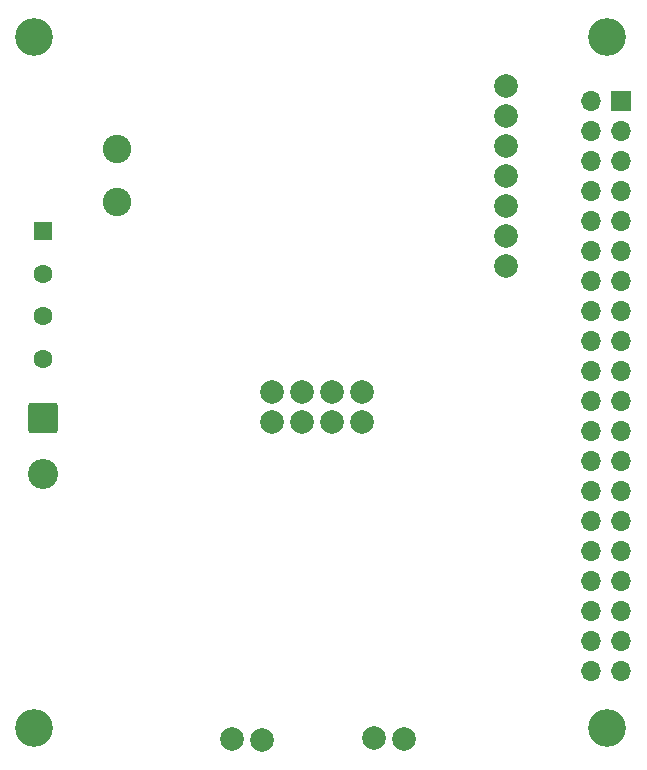
<source format=gbr>
%TF.GenerationSoftware,KiCad,Pcbnew,8.0.8-8.0.8-0~ubuntu24.04.1*%
%TF.CreationDate,2025-02-15T13:26:57-07:00*%
%TF.ProjectId,Main Computer,4d61696e-2043-46f6-9d70-757465722e6b,rev?*%
%TF.SameCoordinates,Original*%
%TF.FileFunction,Soldermask,Bot*%
%TF.FilePolarity,Negative*%
%FSLAX46Y46*%
G04 Gerber Fmt 4.6, Leading zero omitted, Abs format (unit mm)*
G04 Created by KiCad (PCBNEW 8.0.8-8.0.8-0~ubuntu24.04.1) date 2025-02-15 13:26:57*
%MOMM*%
%LPD*%
G01*
G04 APERTURE LIST*
G04 Aperture macros list*
%AMRoundRect*
0 Rectangle with rounded corners*
0 $1 Rounding radius*
0 $2 $3 $4 $5 $6 $7 $8 $9 X,Y pos of 4 corners*
0 Add a 4 corners polygon primitive as box body*
4,1,4,$2,$3,$4,$5,$6,$7,$8,$9,$2,$3,0*
0 Add four circle primitives for the rounded corners*
1,1,$1+$1,$2,$3*
1,1,$1+$1,$4,$5*
1,1,$1+$1,$6,$7*
1,1,$1+$1,$8,$9*
0 Add four rect primitives between the rounded corners*
20,1,$1+$1,$2,$3,$4,$5,0*
20,1,$1+$1,$4,$5,$6,$7,0*
20,1,$1+$1,$6,$7,$8,$9,0*
20,1,$1+$1,$8,$9,$2,$3,0*%
G04 Aperture macros list end*
%ADD10C,3.200000*%
%ADD11RoundRect,0.250000X-0.550000X0.550000X-0.550000X-0.550000X0.550000X-0.550000X0.550000X0.550000X0*%
%ADD12C,1.600000*%
%ADD13C,2.004000*%
%ADD14C,2.404000*%
%ADD15RoundRect,0.249999X-1.025001X1.025001X-1.025001X-1.025001X1.025001X-1.025001X1.025001X1.025001X0*%
%ADD16C,2.550000*%
%ADD17R,1.700000X1.700000*%
%ADD18O,1.700000X1.700000*%
G04 APERTURE END LIST*
D10*
%TO.C,REF\u002A\u002A*%
X148100000Y-91300000D03*
%TD*%
%TO.C,REF\u002A\u002A*%
X99600000Y-91300000D03*
%TD*%
D11*
%TO.C,J4*%
X100300000Y-107700000D03*
D12*
X100300000Y-111300000D03*
X100300000Y-114900000D03*
X100300000Y-118500000D03*
%TD*%
D13*
%TO.C,UNIT_1*%
X139500000Y-110620000D03*
X139500000Y-108080000D03*
X139500000Y-105540000D03*
X139500000Y-103000000D03*
X139500000Y-100460000D03*
X139500000Y-97920000D03*
X139500000Y-95380000D03*
D14*
X106560000Y-105250000D03*
X106560000Y-100750000D03*
%TD*%
D13*
%TO.C,U2*%
X127380000Y-121315000D03*
X127380000Y-123855000D03*
X124840000Y-121315000D03*
X124840000Y-123855000D03*
X122300000Y-121315000D03*
X122300000Y-123855000D03*
X119760000Y-121315000D03*
X119760000Y-123855000D03*
X116330000Y-150705000D03*
X128320000Y-150645000D03*
X118870000Y-150765000D03*
X130860000Y-150705000D03*
%TD*%
D10*
%TO.C,REF\u002A\u002A*%
X99600000Y-149800000D03*
%TD*%
%TO.C,REF\u002A\u002A*%
X148100000Y-149800000D03*
%TD*%
D15*
%TO.C,J3*%
X100300000Y-123500000D03*
D16*
X100300000Y-128300000D03*
%TD*%
D17*
%TO.C,J1*%
X149300000Y-96700000D03*
D18*
X146760000Y-96700000D03*
X149300000Y-99240000D03*
X146760000Y-99240000D03*
X149300000Y-101780000D03*
X146760000Y-101780000D03*
X149300000Y-104320000D03*
X146760000Y-104320000D03*
X149300000Y-106860000D03*
X146760000Y-106860000D03*
X149300000Y-109400000D03*
X146760000Y-109400000D03*
X149300000Y-111940000D03*
X146760000Y-111940000D03*
X149300000Y-114480000D03*
X146760000Y-114480000D03*
X149300000Y-117020000D03*
X146760000Y-117020000D03*
X149300000Y-119560000D03*
X146760000Y-119560000D03*
X149300000Y-122100000D03*
X146760000Y-122100000D03*
X149300000Y-124640000D03*
X146760000Y-124640000D03*
X149300000Y-127180000D03*
X146760000Y-127180000D03*
X149300000Y-129720000D03*
X146760000Y-129720000D03*
X149300000Y-132260000D03*
X146760000Y-132260000D03*
X149300000Y-134800000D03*
X146760000Y-134800000D03*
X149300000Y-137340000D03*
X146760000Y-137340000D03*
X149300000Y-139880000D03*
X146760000Y-139880000D03*
X149300000Y-142420000D03*
X146760000Y-142420000D03*
X149300000Y-144960000D03*
X146760000Y-144960000D03*
%TD*%
M02*

</source>
